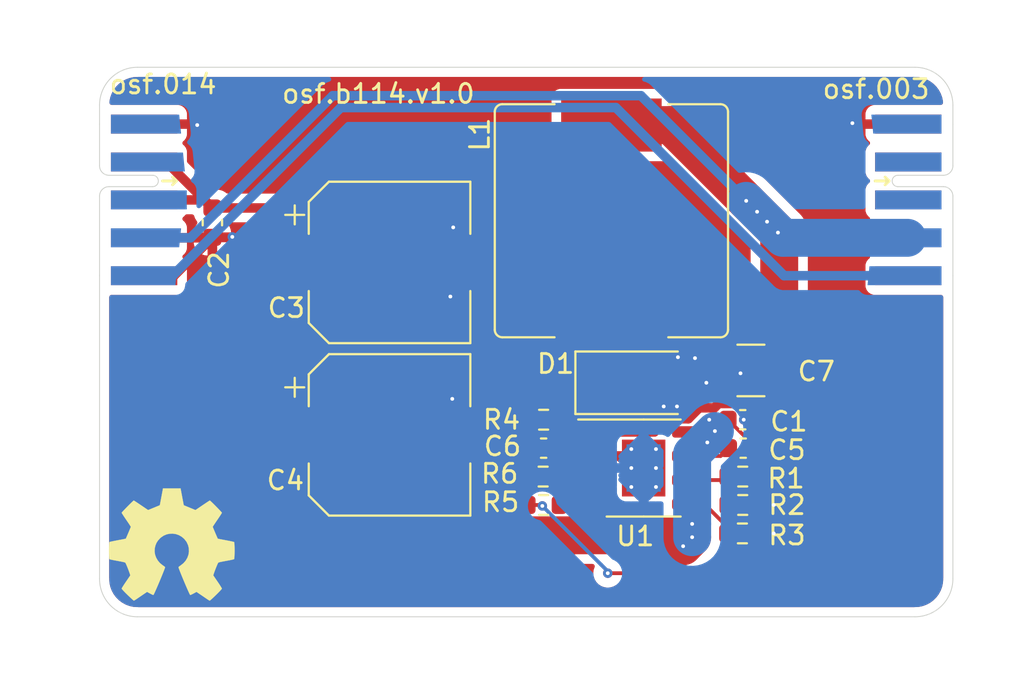
<source format=kicad_pcb>
(kicad_pcb (version 20211014) (generator pcbnew)
  (layers (0 "F.Cu" signal) (31 "B.Cu" signal) (34 "B.Paste" user) (35 "F.Paste" user) (36 "B.SilkS" user "B.Silkscreen") (37 "F.SilkS" user "F.Silkscreen") (38 "B.Mask" user) (39 "F.Mask" user) (44 "Edge.Cuts" user))
  (net 0 "")
  (net 1 "GND")
  (net 2 "/step-down/in")
  (net 3 "Net-(C5-Pad1)")
  (net 4 "Net-(C5-Pad2)")
  (net 5 "Net-(C6-Pad1)")
  (net 6 "Net-(C6-Pad2)")
  (net 7 "/step-down/out")
  (net 9 "Net-(J1-Pad10)")
  (net 17 "Net-(R1-Pad2)")
  (net 18 "Net-(R3-Pad1)")
  (net 19 "Net-(R5-Pad2)")
  (footprint "Capacitor_SMD:CP_Elec_8x10" (layer "F.Cu") (at 155.2925 109.4)
    (fp_text reference "C4" (at -5.4925 2.4) (layer "F.SilkS"))
    (fp_text value "22uF")
    (fp_line (start -5.5 -2.51) (end -4.5 -2.51) (layer "F.SilkS") (width 0.12))
    (fp_line (start -3.195563 -4.26) (end 4.26 -4.26) (layer "F.SilkS") (width 0.12))
    (fp_line (start -4.26 3.195563) (end -4.26 1.51) (layer "F.SilkS") (width 0.12))
    (fp_line (start 4.26 -4.26) (end 4.26 -1.51) (layer "F.SilkS") (width 0.12))
    (fp_line (start -4.26 -3.195563) (end -4.26 -1.51) (layer "F.SilkS") (width 0.12))
    (fp_line (start -3.195563 4.26) (end 4.26 4.26) (layer "F.SilkS") (width 0.12))
    (fp_line (start -4.26 3.195563) (end -3.195563 4.26) (layer "F.SilkS") (width 0.12))
    (fp_line (start 4.26 4.26) (end 4.26 1.51) (layer "F.SilkS") (width 0.12))
    (fp_line (start -5 -3.01) (end -5 -2.01) (layer "F.SilkS") (width 0.12))
    (fp_line (start -4.26 -3.195563) (end -3.195563 -4.26) (layer "F.SilkS") (width 0.12))
    (pad "1" smd roundrect (at -3.25 0) (size 3.5 2.5) (layers "F.Cu" "F.Paste" "F.Mask") (roundrect_rratio 0.1) (net 2 "/step-down/in"))
    (pad "2" smd roundrect (at 3.25 0) (size 3.5 2.5) (layers "F.Cu" "F.Paste" "F.Mask") (roundrect_rratio 0.1) (net 1 "GND"))
  )
  (footprint "Inductor_SMD:L_Bourns_SRR1210A" (layer "F.Cu") (at 166.9925 98.1 90)
    (fp_text reference "L1" (at 4.55 -6.9425 90) (layer "F.SilkS"))
    (fp_text value "33uH")
    (fp_line (start 6.15 3) (end 6.15 5.75) (layer "F.SilkS") (width 0.12))
    (fp_line (start -6.15 3) (end -6.15 5.75) (layer "F.SilkS") (width 0.12))
    (fp_line (start 5.75 6.15) (end -5.75 6.15) (layer "F.SilkS") (width 0.12))
    (fp_line (start 6.15 -5.75) (end 6.15 -3) (layer "F.SilkS") (width 0.12))
    (fp_line (start -6.15 -5.75) (end -6.15 -3) (layer "F.SilkS") (width 0.12))
    (fp_line (start -5.75 -6.15) (end 5.75 -6.15) (layer "F.SilkS") (width 0.12))
    (fp_arc (start 5.75 -6.15) (mid 6.032843 -6.032843) (end 6.15 -5.75) (layer "F.SilkS") (width 0.12))
    (fp_arc (start 6.15 5.75) (mid 6.032843 6.032843) (end 5.75 6.15) (layer "F.SilkS") (width 0.12))
    (fp_arc (start -6.15 -5.75) (mid -6.032843 -6.032843) (end -5.75 -6.15) (layer "F.SilkS") (width 0.12))
    (fp_arc (start -5.75 6.15) (mid -6.032843 6.032843) (end -6.15 5.75) (layer "F.SilkS") (width 0.12))
    (pad "1" smd rect (at -5.05 0 90) (size 2.8 5.3) (layers "F.Cu" "F.Paste" "F.Mask") (net 3 "Net-(C5-Pad1)"))
    (pad "2" smd rect (at 5.05 0 90) (size 2.8 5.3) (layers "F.Cu" "F.Paste" "F.Mask") (net 7 "/step-down/out"))
  )
  (footprint "on_edge:on_edge_2x05_device" (layer "F.Cu") (at 140 97 -90)
    (fp_text reference "J1")
    (fp_text value "014_PoE_controlled")
    (fp_line (start -1 -4.05) (end -1 -3.323) (layer "F.SilkS") (width 0.153))
    (fp_line (start -1.2 -3.85) (end -1 -4.05) (layer "F.SilkS") (width 0.153))
    (fp_line (start -1 -4.05) (end -0.8 -3.85) (layer "F.SilkS") (width 0.153))
    (fp_line (start -1.3 -2.8) (end -1.3 -0.5) (layer "Edge.Cuts") (width 0.05))
    (fp_line (start -4 0) (end -1.8 0) (layer "Edge.Cuts") (width 0.05))
    (fp_line (start -0.2 0) (end 4 0) (layer "Edge.Cuts") (width 0.05))
    (fp_line (start -0.7 -0.5) (end -0.7 -2.8) (layer "Edge.Cuts") (width 0.05))
    (fp_arc (start -1.3 -2.8) (mid -1 -3.1) (end -0.7 -2.8) (layer "Edge.Cuts") (width 0.05))
    (fp_arc (start -1.3 -0.5) (mid -1.446447 -0.146447) (end -1.8 0) (layer "Edge.Cuts") (width 0.05))
    (fp_arc (start -0.2 0) (mid -0.553553 -0.146447) (end -0.7 -0.5) (layer "Edge.Cuts") (width 0.05))
    (pad "1" smd rect (at -4 -2.35 90) (size 1 3.5) (layers "F.Cu" "F.Mask") (net 1 "GND"))
    (pad "2" smd rect (at -2 -2.35 270) (size 1 3.5) (layers "F.Cu" "F.Mask") (net 2 "/step-down/in"))
    (pad "3" smd rect (at 0 -2.35 270) (size 1 3.5) (layers "F.Cu" "F.Mask") (net 2 "/step-down/in"))
    (pad "4" smd rect (at 2 -2.35 90) (size 1 3.5) (layers "F.Cu" "F.Mask") (net 1 "GND"))
    (pad "5" smd rect (at 4 -2.35 90) (size 1 3.5) (layers "F.Cu" "F.Mask") (net 1 "GND"))
    (pad "6" smd custom (at -4 -2.4 270) (size 1 3.6) (layers "B.Cu" "B.Mask") (options (clearance outline) (anchor rect)) (primitives (gr_poly (pts (xy 0.5 -1.8) (xy 0.5 -1.9) (xy -0.5 -1.8)) (width 0) (fill yes))))
    (pad "7" smd custom (at -2 -2.1 270) (size 1 3) (layers "B.Cu" "B.Mask") (options (clearance outline) (anchor rect)) (primitives (gr_poly (pts (xy 0.3 -0.51) (xy 0.31 -0.62) (xy 0.33 -0.7) (xy 0.35 -0.76) (xy 0.37 -0.81) (xy 0.4 -0.86) (xy 0.44 -0.92) (xy 0.48 -0.97) (xy 0.5 -0.99) (xy 0.5 -2.4) (xy -0.5 -2.3) (xy -0.5 1.5) (xy 0.3 1.5)) (width 0) (fill yes))))
    (pad "8" smd rect (at 0 -2.6 270) (size 1 4) (layers "B.Cu" "B.Mask"))
    (pad "9" smd custom (at 2 -2.4 270) (size 1 3.6) (layers "B.Cu" "B.Mask") (net 7 "/step-down/out") (options (clearance outline) (anchor rect)) (primitives (gr_poly (pts (xy -0.5 -1.8) (xy -0.5 -1.9) (xy 0.5 -1.8)) (width 0) (fill yes))))
    (pad "10" smd custom (at 4 -2.3 270) (size 1 3.4) (layers "B.Cu" "B.Mask") (net 9 "Net-(J1-Pad10)") (options (clearance outline) (anchor rect)) (primitives (gr_poly (pts (xy -0.5 -1.7) (xy -0.5 -1.8) (xy 0.5 -1.7)) (width 0) (fill yes))))
    (zone (net 0) (net_name "") (layers F&B.Cu) (connect_pads (clearance 0)) (min_thickness 0.254)
      (keepout (tracks allowed) (vias not_allowed) (pads allowed) (copperpour not_allowed) (footprints not_allowed))
      (fill (thermal_gap 0.508) (thermal_bridge_width 0.508))
      (polygon (pts (xy 140 102) (xy 140 92) (xy 144 92) (xy 144 102)))
    )
  )
  (footprint "Capacitor_SMD:C_1210_3225Metric" (layer "F.Cu") (at 174.35 106 180)
    (fp_text reference "C7" (at -3.45 -0.05) (layer "F.SilkS"))
    (fp_text value "100uF")
    (fp_line (start -0.711252 -1.36) (end 0.711252 -1.36) (layer "F.SilkS") (width 0.12))
    (fp_line (start -0.711252 1.36) (end 0.711252 1.36) (layer "F.SilkS") (width 0.12))
    (pad "1" smd roundrect (at -1.475 0 180) (size 1.15 2.7) (layers "F.Cu" "F.Paste" "F.Mask") (roundrect_rratio 0.217391) (net 7 "/step-down/out"))
    (pad "2" smd roundrect (at 1.475 0 180) (size 1.15 2.7) (layers "F.Cu" "F.Paste" "F.Mask") (roundrect_rratio 0.217391) (net 1 "GND"))
  )
  (footprint "Diode_SMD:D_SMA" (layer "F.Cu") (at 168.4925 106.65)
    (fp_text reference "D1" (at -4.4425 -1) (layer "F.SilkS"))
    (fp_text value "NRVTSA4100ET3G")
    (fp_line (start -3.4 -1.65) (end 2 -1.65) (layer "F.SilkS") (width 0.12))
    (fp_line (start -3.4 1.65) (end 2 1.65) (layer "F.SilkS") (width 0.12))
    (fp_line (start -3.4 -1.65) (end -3.4 1.65) (layer "F.SilkS") (width 0.12))
    (pad "1" smd rect (at -2 0) (size 2.5 1.8) (layers "F.Cu" "F.Paste" "F.Mask") (net 3 "Net-(C5-Pad1)"))
    (pad "2" smd rect (at 2 0) (size 2.5 1.8) (layers "F.Cu" "F.Paste" "F.Mask") (net 1 "GND"))
  )
  (footprint "Resistor_SMD:R_0603_1608Metric" (layer "F.Cu") (at 173.9 114.6)
    (fp_text reference "R3" (at 2.35 0.1) (layer "F.SilkS"))
    (fp_text value "47k")
    (fp_line (start -0.237258 0.5225) (end 0.237258 0.5225) (layer "F.SilkS") (width 0.12))
    (fp_line (start -0.237258 -0.5225) (end 0.237258 -0.5225) (layer "F.SilkS") (width 0.12))
    (pad "1" smd roundrect (at -0.825 0) (size 0.8 0.95) (layers "F.Cu" "F.Paste" "F.Mask") (net 18 "Net-(R3-Pad1)"))
    (pad "2" smd roundrect (at 0.825 0) (size 0.8 0.95) (layers "F.Cu" "F.Paste" "F.Mask") (net 1 "GND"))
  )
  (footprint "on_edge:on_edge_2x05_host" (layer "F.Cu") (at 185 97 -90)
    (fp_text reference "J2")
    (fp_text value "003_power")
    (fp_line (start -1 4.1) (end -1 3.373) (layer "F.SilkS") (width 0.153))
    (fp_line (start -1 3.373) (end -1.2 3.573) (layer "F.SilkS") (width 0.153))
    (fp_line (start -0.8 3.573) (end -1 3.373) (layer "F.SilkS") (width 0.153))
    (fp_line (start -4 0) (end -1.8 0) (layer "Edge.Cuts") (width 0.05))
    (fp_line (start -0.2 0) (end 4 0) (layer "Edge.Cuts") (width 0.05))
    (fp_line (start -1.3 0.5) (end -1.3 2.9) (layer "Edge.Cuts") (width 0.05))
    (fp_line (start -0.7 2.9) (end -0.7 0.5) (layer "Edge.Cuts") (width 0.05))
    (fp_arc (start -0.7 0.5) (mid -0.553553 0.146447) (end -0.2 0) (layer "Edge.Cuts") (width 0.05))
    (fp_arc (start -1.8 0) (mid -1.446447 0.146447) (end -1.3 0.5) (layer "Edge.Cuts") (width 0.05))
    (fp_arc (start -0.7 2.9) (mid -1 3.2) (end -1.3 2.9) (layer "Edge.Cuts") (width 0.05))
    (pad "1" smd rect (at -4 2.35 270) (size 1 3.5) (layers "F.Cu" "F.Mask") (net 1 "GND"))
    (pad "2" smd rect (at -2 2.35 270) (size 1 3.5) (layers "F.Cu" "F.Mask"))
    (pad "3" smd rect (at 0 2.35 270) (size 1 3.5) (layers "F.Cu" "F.Mask"))
    (pad "4" smd rect (at 2 2.35 270) (size 1 3.5) (layers "F.Cu" "F.Mask"))
    (pad "5" smd rect (at 4 2.35 270) (size 1 3.5) (layers "F.Cu" "F.Mask"))
    (pad "6" smd custom (at -4 2.4 90) (size 1 3.6) (layers "B.Cu" "B.Mask") (options (clearance outline) (anchor rect)) (primitives (gr_poly (pts (xy 0.5 -1.8) (xy -0.5 -1.8) (xy 0.5 -1.9)) (width 0) (fill yes))))
    (pad "7" smd rect (at -2 2.35 90) (size 1 3.5) (layers "B.Cu" "B.Mask"))
    (pad "8" smd rect (at 0 2.35 90) (size 1 3.5) (layers "B.Cu" "B.Mask"))
    (pad "9" smd custom (at 2 2.4 90) (size 1 3.6) (layers "B.Cu" "B.Mask") (net 7 "/step-down/out") (options (clearance outline) (anchor rect)) (primitives (gr_poly (pts (xy 0.5 -1.8) (xy -0.5 -1.8) (xy -0.5 -1.9)) (width 0) (fill yes))))
    (pad "10" smd custom (at 4 2.5 90) (size 1 3.8) (layers "B.Cu" "B.Mask") (net 9 "Net-(J1-Pad10)") (options (clearance outline) (anchor rect)) (primitives (gr_poly (pts (xy 0.5 -1.9) (xy -0.5 -1.9) (xy -0.5 -2)) (width 0) (fill yes))))
    (zone (net 0) (net_name "") (layers F&B.Cu) (connect_pads (clearance 0)) (min_thickness 0.254)
      (keepout (tracks allowed) (vias not_allowed) (pads allowed) (copperpour not_allowed) (footprints not_allowed))
      (fill (thermal_gap 0.508) (thermal_bridge_width 0.508))
      (polygon (pts (xy 181 102) (xy 181 92) (xy 185 92) (xy 185 102)))
    )
  )
  (footprint "Symbol:OSHW-Symbol_6.7x6mm_SilkScreen" (layer "F.Cu") (at 143.8 115.2)
    (fp_text reference "LOGO1" hide)
    (fp_text value "Logo_Open_Hardware_Small" hide)
    (fp_poly (pts (xy 0.555814 -2.531069) (xy 0.639635 -2.086445) (xy 0.94892 -1.958947) (xy 1.258206 -1.831449) (xy 1.629246 -2.083754) (xy 1.733157 -2.154004) (xy 1.827087 -2.216728) (xy 1.906652 -2.269062) (xy 1.96747 -2.308143) (xy 2.005157 -2.331107) (xy 2.015421 -2.336058) (xy 2.03391 -2.323324) (xy 2.07342 -2.288118) (xy 2.129522 -2.234938) (xy 2.197787 -2.168282) (xy 2.273786 -2.092646) (xy 2.353092 -2.012528) (xy 2.431275 -1.932426) (xy 2.503907 -1.856836) (xy 2.566559 -1.790255) (xy 2.614803 -1.737182) (xy 2.64421 -1.702113) (xy 2.651241 -1.690377) (xy 2.641123 -1.66874) (xy 2.612759 -1.621338) (xy 2.569129 -1.552807) (xy 2.513218 -1.467785) (xy 2.448006 -1.370907) (xy 2.410219 -1.31565) (xy 2.341343 -1.214752) (xy 2.28014 -1.123701) (xy 2.229578 -1.04703) (xy 2.192628 -0.989272) (xy 2.172258 -0.954957) (xy 2.169197 -0.947746) (xy 2.176136 -0.927252) (xy 2.195051 -0.879487) (xy 2.223087 -0.811168) (xy 2.257391 -0.729011) (xy 2.295109 -0.63973) (xy 2.333387 -0.550042) (xy 2.36937 -0.466662) (xy 2.400206 -0.396306) (xy 2.423039 -0.34569) (xy 2.435017 -0.321529) (xy 2.435724 -0.320578) (xy 2.454531 -0.315964) (xy 2.504618 -0.305672) (xy 2.580793 -0.290713) (xy 2.677865 -0.272099) (xy 2.790643 -0.250841) (xy 2.856442 -0.238582) (xy 2.97695 -0.215638) (xy 3.085797 -0.193805) (xy 3.177476 -0.174278) (xy 3.246481 -0.158252) (xy 3.287304 -0.146921) (xy 3.295511 -0.143326) (xy 3.303548 -0.118994) (xy 3.310033 -0.064041) (xy 3.31497 0.015108) (xy 3.318364 0.112026) (xy 3.320218 0.220287) (xy 3.320538 0.333465) (xy 3.319327 0.445135) (xy 3.31659 0.548868) (xy 3.312331 0.638241) (xy 3.306555 0.706826) (xy 3.299267 0.748197) (xy 3.294895 0.75681) (xy 3.268764 0.767133) (xy 3.213393 0.781892) (xy 3.136107 0.799352) (xy 3.04423 0.81778) (xy 3.012158 0.823741) (xy 2.857524 0.852066) (xy 2.735375 0.874876) (xy 2.641673 0.89308) (xy 2.572384 0.907583) (xy 2.523471 0.919292) (xy 2.490897 0.929115) (xy 2.470628 0.937956) (xy 2.458626 0.946724) (xy 2.456947 0.948457) (xy 2.440184 0.976371) (xy 2.414614 1.030695) (xy 2.382788 1.104777) (xy 2.34726 1.191965) (xy 2.310583 1.285608) (xy 2.275311 1.379052) (xy 2.243996 1.465647) (xy 2.219193 1.53874) (xy 2.203454 1.591678) (xy 2.199332 1.617811) (xy 2.199676 1.618726) (xy 2.213641 1.640086) (xy 2.245322 1.687084) (xy 2.291391 1.754827) (xy 2.348518 1.838423) (xy 2.413373 1.932982) (xy 2.431843 1.959854) (xy 2.497699 2.057275) (xy 2.55565 2.146163) (xy 2.602538 2.221412) (xy 2.635207 2.27792) (xy 2.6505 2.310581) (xy 2.651241 2.314593) (xy 2.638392 2.335684) (xy 2.602888 2.377464) (xy 2.549293 2.435445) (xy 2.482171 2.505135) (xy 2.406087 2.582045) (xy 2.325604 2.661683) (xy 2.245287 2.739561) (xy 2.169699 2.811186) (xy 2.103405 2.87207) (xy 2.050969 2.917721) (xy 2.016955 2.94365) (xy 2.007545 2.947883) (xy 1.985643 2.937912) (xy 1.9408 2.91102) (xy 1.880321 2.871736) (xy 1.833789 2.840117) (xy 1.749475 2.782098) (xy 1.649626 2.713784) (xy 1.549473 2.645579) (xy 1.495627 2.609075) (xy 1.313371 2.4858) (xy 1.160381 2.56852) (xy 1.090682 2.604759) (xy 1.031414 2.632926) (xy 0.991311 2.648991) (xy 0.981103 2.651226) (xy 0.968829 2.634722) (xy 0.944613 2.588082) (xy 0.910263 2.515609) (xy 0.867588 2.421606) (xy 0.818394 2.310374) (xy 0.76449 2.186215) (xy 0.707684 2.053432) (xy 0.649782 1.916327) (xy 0.592593 1.779202) (xy 0.537924 1.646358) (xy 0.487584 1.522098) (xy 0.44338 1.410725) (xy 0.407119 1.316539) (xy 0.380609 1.243844) (xy 0.365658 1.196941) (xy 0.363254 1.180833) (xy 0.382311 1.160286) (xy 0.424036 1.126933) (xy 0.479706 1.087702) (xy 0.484378 1.084599) (xy 0.628264 0.969423) (xy 0.744283 0.835053) (xy 0.83143 0.685784) (xy 0.888699 0.525913) (xy 0.915086 0.359737) (xy 0.909585 0.191552) (xy 0.87119 0.025655) (xy 0.798895 -0.133658) (xy 0.777626 -0.168513) (xy 0.666996 -0.309263) (xy 0.536302 -0.422286) (xy 0.390064 -0.506997) (xy 0.232808 -0.562806) (xy 0.069057 -0.589126) (xy -0.096667 -0.58537) (xy -0.259838 -0.55095) (xy -0.415935 -0.485277) (xy -0.560433 -0.387765) (xy -0.605131 -0.348187) (xy -0.718888 -0.224297) (xy -0.801782 -0.093876) (xy -0.858644 0.052315) (xy -0.890313 0.197088) (xy -0.898131 0.35986) (xy -0.872062 0.52344) (xy -0.814755 0.682298) (xy -0.728856 0.830906) (xy -0.617014 0.963735) (xy -0.481877 1.075256) (xy -0.464117 1.087011) (xy -0.40785 1.125508) (xy -0.365077 1.158863) (xy -0.344628 1.18016) (xy -0.344331 1.180833) (xy -0.348721 1.203871) (xy -0.366124 1.256157) (xy -0.394732 1.33339) (xy -0.432735 1.431268) (xy -0.478326 1.545491) (xy -0.529697 1.671758) (xy -0.585038 1.805767) (xy -0.642542 1.943218) (xy -0.700399 2.079808) (xy -0.756802 2.211237) (xy -0.809942 2.333205) (xy -0.85801 2.441409) (xy -0.899199 2.531549) (xy -0.931699 2.599323) (xy -0.953703 2.64043) (xy -0.962564 2.651226) (xy -0.98964 2.642819) (xy -1.040303 2.620272) (xy -1.105817 2.587613) (xy -1.141841 2.56852) (xy -1.294832 2.4858) (xy -1.477088 2.609075) (xy -1.570125 2.672228) (xy -1.671985 2.741727) (xy -1.767438 2.807165) (xy -1.81525 2.840117) (xy -1.882495 2.885273) (xy -1.939436 2.921057) (xy -1.978646 2.942938) (xy -1.991381 2.947563) (xy -2.009917 2.935085) (xy -2.050941 2.900252) (xy -2.110475 2.846678) (xy -2.184542 2.777983) (xy -2.269165 2.697781) (xy -2.322685 2.646286) (xy -2.416319 2.554286) (xy -2.497241 2.471999) (xy -2.562177 2.402945) (xy -2.607858 2.350644) (xy -2.631011 2.318616) (xy -2.633232 2.312116) (xy -2.622924 2.287394) (xy -2.594439 2.237405) (xy -2.550937 2.167212) (xy -2.495577 2.081875) (xy -2.43152 1.986456) (xy -2.413303 1.959854) (xy -2.346927 1.863167) (xy -2.287378 1.776117) (xy -2.237984 1.703595) (xy -2.202075 1.650493) (xy -2.182981 1.621703) (xy -2.181136 1.618726) (xy -2.183895 1.595782) (xy -2.198538 1.545336) (xy -2.222513 1.474041) (xy -2.253266 1.388547) (xy -2.288244 1.295507) (xy -2.324893 1.201574) (xy -2.360661 1.113399) (xy -2.392994 1.037634) (xy -2.419338 0.980931) (xy -2.437142 0.949943) (xy -2.438407 0.948457) (xy -2.449294 0.939601) (xy -2.467682 0.930843) (xy -2.497606 0.921277) (xy -2.543103 0.909996) (xy -2.608209 0.896093) (xy -2.696961 0.878663) (xy -2.813393 0.856798) (xy -2.961542 0.829591) (xy -2.993618 0.823741) (xy -3.088686 0.805374) (xy -3.171565 0.787405) (xy -3.23493 0.771569) (xy -3.271458 0.7596) (xy -3.276356 0.75681) (xy -3.284427 0.732072) (xy -3.290987 0.67679) (xy -3.296033 0.597389) (xy -3.299559 0.500296) (xy -3.301561 0.391938) (xy -3.302036 0.27874) (xy -3.300977 0.167128) (xy -3.298382 0.063529) (xy -3.294246 -0.025632) (xy -3.288563 -0.093928) (xy -3.281331 -0.134934) (xy -3.276971 -0.143326) (xy -3.252698 -0.151792) (xy -3.197426 -0.165565) (xy -3.116662 -0.18345) (xy -3.015912 -0.204252) (xy -2.900683 -0.226777) (xy -2.837902 -0.238582) (xy -2.718787 -0.260849) (xy -2.612565 -0.281021) (xy -2.524427 -0.298085) (xy -2.459566 -0.311031) (xy -2.423174 -0.318845) (xy -2.417184 -0.320578) (xy -2.407061 -0.34011) (xy -2.385662 -0.387157) (xy -2.355839 -0.454997) (xy -2.320445 -0.536909) (xy -2.282332 -0.626172) (xy -2.244353 -0.716065) (xy -2.20936 -0.799865) (xy -2.180206 -0.870853) (xy -2.159743 -0.922306) (xy -2.150823 -0.947503) (xy -2.150657 -0.948604) (xy -2.160769 -0.968481) (xy -2.189117 -1.014223) (xy -2.232723 -1.081283) (xy -2.288606 -1.165116) (xy -2.353787 -1.261174) (xy -2.391679 -1.31635) (xy -2.460725 -1.417519) (xy -2.52205 -1.50937) (xy -2.572663 -1.587256) (xy -2.609571 -1.646531) (xy -2.629782 -1.682549) (xy -2.632701 -1.690623) (xy -2.620153 -1.709416) (xy -2.585463 -1.749543) (xy -2.533063 -1.806507) (xy -2.467384 -1.875815) (xy -2.392856 -1.952969) (xy -2.313913 -2.033475) (xy -2.234983 -2.112837) (xy -2.1605 -2.18656) (xy -2.094894 -2.250148) (xy -2.042596 -2.299106) (xy -2.008039 -2.328939) (xy -1.996478 -2.336058) (xy -1.977654 -2.326047) (xy -1.932631 -2.297922) (xy -1.865787 -2.254546) (xy -1.781499 -2.198782) (xy -1.684144 -2.133494) (xy -1.610707 -2.083754) (xy -1.239667 -1.831449) (xy -0.621095 -2.086445) (xy -0.537275 -2.531069) (xy -0.453454 -2.975693) (xy 0.471994 -2.975693) (xy 0.555814 -2.531069)) (layer "F.SilkS") (width 0.01) (fill solid))
  )
  (footprint "Resistor_SMD:R_0603_1608Metric" (layer "F.Cu") (at 163.4175 108.6)
    (fp_text reference "R4" (at -2.2175 0) (layer "F.SilkS"))
    (fp_text value "10k")
    (fp_line (start -0.237258 0.5225) (end 0.237258 0.5225) (layer "F.SilkS") (width 0.12))
    (fp_line (start -0.237258 -0.5225) (end 0.237258 -0.5225) (layer "F.SilkS") (width 0.12))
    (pad "1" smd roundrect (at -0.825 0) (size 0.8 0.95) (layers "F.Cu" "F.Paste" "F.Mask") (net 6 "Net-(C6-Pad2)"))
    (pad "2" smd roundrect (at 0.825 0) (size 0.8 0.95) (layers "F.Cu" "F.Paste" "F.Mask") (net 1 "GND"))
  )
  (footprint "Resistor_SMD:R_0603_1608Metric" (layer "F.Cu") (at 173.9175 111.6 180)
    (fp_text reference "R1" (at -2.2825 -0.1) (layer "F.SilkS"))
    (fp_text value "510k")
    (fp_line (start -0.237258 0.5225) (end 0.237258 0.5225) (layer "F.SilkS") (width 0.12))
    (fp_line (start -0.237258 -0.5225) (end 0.237258 -0.5225) (layer "F.SilkS") (width 0.12))
    (pad "1" smd roundrect (at -0.825 0 180) (size 0.8 0.95) (layers "F.Cu" "F.Paste" "F.Mask") (net 2 "/step-down/in"))
    (pad "2" smd roundrect (at 0.825 0 180) (size 0.8 0.95) (layers "F.Cu" "F.Paste" "F.Mask") (net 17 "Net-(R1-Pad2)"))
  )
  (footprint "Package_SO:SOIC-8-1EP_3.9x4.9mm_P1.27mm_EP2.29x3mm_ThermalVias" (layer "F.Cu") (at 168.6925 111.15)
    (fp_text reference "U1" (at -0.4425 3.6) (layer "F.SilkS"))
    (fp_text value "BD9G341AEFJ-E2")
    (fp_line (start 0 -2.56) (end 1.95 -2.56) (layer "F.SilkS") (width 0.12))
    (fp_line (start 0 2.56) (end -1.95 2.56) (layer "F.SilkS") (width 0.12))
    (fp_line (start 0 -2.56) (end -3.45 -2.56) (layer "F.SilkS") (width 0.12))
    (fp_line (start 0 2.56) (end 1.95 2.56) (layer "F.SilkS") (width 0.12))
    (pad "1" smd roundrect (at -2.475 -1.905) (size 1.95 0.6) (layers "F.Cu" "F.Paste" "F.Mask") (net 3 "Net-(C5-Pad1)"))
    (pad "2" smd roundrect (at -2.475 -0.635) (size 1.95 0.6) (layers "F.Cu" "F.Paste" "F.Mask") (net 1 "GND"))
    (pad "3" smd roundrect (at -2.475 0.635) (size 1.95 0.6) (layers "F.Cu" "F.Paste" "F.Mask") (net 5 "Net-(C6-Pad1)"))
    (pad "4" smd roundrect (at -2.475 1.905) (size 1.95 0.6) (layers "F.Cu" "F.Paste" "F.Mask") (net 19 "Net-(R5-Pad2)"))
    (pad "5" smd roundrect (at 2.475 1.905) (size 1.95 0.6) (layers "F.Cu" "F.Paste" "F.Mask") (net 18 "Net-(R3-Pad1)"))
    (pad "6" smd roundrect (at 2.475 0.635) (size 1.95 0.6) (layers "F.Cu" "F.Paste" "F.Mask") (net 17 "Net-(R1-Pad2)"))
    (pad "7" smd roundrect (at 2.475 -0.635) (size 1.95 0.6) (layers "F.Cu" "F.Paste" "F.Mask") (net 4 "Net-(C5-Pad2)"))
    (pad "8" smd roundrect (at 2.475 -1.905) (size 1.95 0.6) (layers "F.Cu" "F.Paste" "F.Mask") (net 2 "/step-down/in"))
    (pad "9" smd rect (at 0 0) (size 2.29 3) (layers "F.Cu" "F.Mask") (net 1 "GND"))
    (pad "9" thru_hole circle (at -0.65 0) (size 0.5 0.5) (drill 0.2) (layers *.Cu) (net 1 "GND"))
    (pad "9" thru_hole circle (at 0.65 -1) (size 0.5 0.5) (drill 0.2) (layers *.Cu) (net 1 "GND"))
    (pad "9" thru_hole circle (at 0.65 1) (size 0.5 0.5) (drill 0.2) (layers *.Cu) (net 1 "GND"))
    (pad "9" smd rect (at 0 0) (size 1.8 2.5) (layers "B.Cu") (net 1 "GND"))
    (pad "9" thru_hole circle (at 0.65 0) (size 0.5 0.5) (drill 0.2) (layers *.Cu) (net 1 "GND"))
    (pad "9" thru_hole circle (at -0.65 -1) (size 0.5 0.5) (drill 0.2) (layers *.Cu) (net 1 "GND"))
    (pad "9" thru_hole circle (at -0.65 1) (size 0.5 0.5) (drill 0.2) (layers *.Cu) (net 1 "GND"))
  )
  (footprint "Resistor_SMD:R_0603_1608Metric" (layer "F.Cu") (at 163.3925 111.6 180)
    (fp_text reference "R6" (at 2.2925 0.15) (layer "F.SilkS"))
    (fp_text value "1k")
    (fp_line (start -0.237258 -0.5225) (end 0.237258 -0.5225) (layer "F.SilkS") (width 0.12))
    (fp_line (start -0.237258 0.5225) (end 0.237258 0.5225) (layer "F.SilkS") (width 0.12))
    (pad "1" smd roundrect (at -0.825 0 180) (size 0.8 0.95) (layers "F.Cu" "F.Paste" "F.Mask") (net 19 "Net-(R5-Pad2)"))
    (pad "2" smd roundrect (at 0.825 0 180) (size 0.8 0.95) (layers "F.Cu" "F.Paste" "F.Mask") (net 1 "GND"))
  )
  (footprint "Capacitor_SMD:C_0603_1608Metric" (layer "F.Cu") (at 163.4175 110.1 180)
    (fp_text reference "C6" (at 2.1675 0.1) (layer "F.SilkS"))
    (fp_text value "6.8nF")
    (fp_line (start -0.14058 0.51) (end 0.14058 0.51) (layer "F.SilkS") (width 0.12))
    (fp_line (start -0.14058 -0.51) (end 0.14058 -0.51) (layer "F.SilkS") (width 0.12))
    (pad "1" smd roundrect (at -0.775 0 180) (size 0.9 0.95) (layers "F.Cu" "F.Paste" "F.Mask") (net 5 "Net-(C6-Pad1)"))
    (pad "2" smd roundrect (at 0.775 0 180) (size 0.9 0.95) (layers "F.Cu" "F.Paste" "F.Mask") (net 6 "Net-(C6-Pad2)"))
  )
  (footprint "Capacitor_SMD:C_0603_1608Metric" (layer "F.Cu") (at 145.95 98.2 90)
    (fp_text reference "C2" (at -2.5 0.35 90) (layer "F.SilkS"))
    (fp_text value "100nF")
    (fp_line (start -0.14058 0.51) (end 0.14058 0.51) (layer "F.SilkS") (width 0.12))
    (fp_line (start -0.14058 -0.51) (end 0.14058 -0.51) (layer "F.SilkS") (width 0.12))
    (pad "1" smd roundrect (at -0.775 0 90) (size 0.9 0.95) (layers "F.Cu" "F.Paste" "F.Mask") (net 1 "GND"))
    (pad "2" smd roundrect (at 0.775 0 90) (size 0.9 0.95) (layers "F.Cu" "F.Paste" "F.Mask") (net 2 "/step-down/in"))
  )
  (footprint "Resistor_SMD:R_0603_1608Metric" (layer "F.Cu") (at 163.4175 113.1)
    (fp_text reference "R5" (at -2.2675 -0.15) (layer "F.SilkS"))
    (fp_text value "2.3k")
    (fp_line (start -0.237258 -0.5225) (end 0.237258 -0.5225) (layer "F.SilkS") (width 0.12))
    (fp_line (start -0.237258 0.5225) (end 0.237258 0.5225) (layer "F.SilkS") (width 0.12))
    (pad "1" smd roundrect (at -0.825 0) (size 0.8 0.95) (layers "F.Cu" "F.Paste" "F.Mask") (net 7 "/step-down/out"))
    (pad "2" smd roundrect (at 0.825 0) (size 0.8 0.95) (layers "F.Cu" "F.Paste" "F.Mask") (net 19 "Net-(R5-Pad2)"))
  )
  (footprint "Capacitor_SMD:CP_Elec_8x10" (layer "F.Cu") (at 155.2925 100.3)
    (fp_text reference "C3" (at -5.4425 2.4) (layer "F.SilkS"))
    (fp_text value "22uF")
    (fp_line (start -4.26 3.195563) (end -3.195563 4.26) (layer "F.SilkS") (width 0.12))
    (fp_line (start -4.26 -3.195563) (end -3.195563 -4.26) (layer "F.SilkS") (width 0.12))
    (fp_line (start -3.195563 -4.26) (end 4.26 -4.26) (layer "F.SilkS") (width 0.12))
    (fp_line (start -3.195563 4.26) (end 4.26 4.26) (layer "F.SilkS") (width 0.12))
    (fp_line (start 4.26 4.26) (end 4.26 1.51) (layer "F.SilkS") (width 0.12))
    (fp_line (start -5 -3.01) (end -5 -2.01) (layer "F.SilkS") (width 0.12))
    (fp_line (start 4.26 -4.26) (end 4.26 -1.51) (layer "F.SilkS") (width 0.12))
    (fp_line (start -4.26 -3.195563) (end -4.26 -1.51) (layer "F.SilkS") (width 0.12))
    (fp_line (start -5.5 -2.51) (end -4.5 -2.51) (layer "F.SilkS") (width 0.12))
    (fp_line (start -4.26 3.195563) (end -4.26 1.51) (layer "F.SilkS") (width 0.12))
    (pad "1" smd roundrect (at -3.25 0) (size 3.5 2.5) (layers "F.Cu" "F.Paste" "F.Mask") (roundrect_rratio 0.1) (net 2 "/step-down/in"))
    (pad "2" smd roundrect (at 3.25 0) (size 3.5 2.5) (layers "F.Cu" "F.Paste" "F.Mask") (roundrect_rratio 0.1) (net 1 "GND"))
  )
  (footprint "Capacitor_SMD:C_0603_1608Metric" (layer "F.Cu") (at 173.9175 108.6 180)
    (fp_text reference "C1" (at -2.4325 -0.1) (layer "F.SilkS"))
    (fp_text value "100nF")
    (fp_line (start -0.14058 0.51) (end 0.14058 0.51) (layer "F.SilkS") (width 0.12))
    (fp_line (start -0.14058 -0.51) (end 0.14058 -0.51) (layer "F.SilkS") (width 0.12))
    (pad "1" smd roundrect (at -0.775 0 180) (size 0.9 0.95) (layers "F.Cu" "F.Paste" "F.Mask") (net 1 "GND"))
    (pad "2" smd roundrect (at 0.775 0 180) (size 0.9 0.95) (layers "F.Cu" "F.Paste" "F.Mask") (net 2 "/step-down/in"))
  )
  (footprint "Resistor_SMD:R_0603_1608Metric" (layer "F.Cu") (at 173.9175 113.1)
    (fp_text reference "R2" (at 2.3325 0) (layer "F.SilkS"))
    (fp_text value "100k")
    (fp_line (start -0.237258 -0.5225) (end 0.237258 -0.5225) (layer "F.SilkS") (width 0.12))
    (fp_line (start -0.237258 0.5225) (end 0.237258 0.5225) (layer "F.SilkS") (width 0.12))
    (pad "1" smd roundrect (at -0.825 0) (size 0.8 0.95) (layers "F.Cu" "F.Paste" "F.Mask") (net 17 "Net-(R1-Pad2)"))
    (pad "2" smd roundrect (at 0.825 0) (size 0.8 0.95) (layers "F.Cu" "F.Paste" "F.Mask") (net 1 "GND"))
  )
  (footprint "Capacitor_SMD:C_0603_1608Metric" (layer "F.Cu") (at 173.9425 110.1 180)
    (fp_text reference "C5" (at -2.3075 -0.1) (layer "F.SilkS"))
    (fp_text value "100nF")
    (fp_line (start -0.14058 0.51) (end 0.14058 0.51) (layer "F.SilkS") (width 0.12))
    (fp_line (start -0.14058 -0.51) (end 0.14058 -0.51) (layer "F.SilkS") (width 0.12))
    (pad "1" smd roundrect (at -0.775 0 180) (size 0.9 0.95) (layers "F.Cu" "F.Paste" "F.Mask") (net 3 "Net-(C5-Pad1)"))
    (pad "2" smd roundrect (at 0.775 0 180) (size 0.9 0.95) (layers "F.Cu" "F.Paste" "F.Mask") (net 4 "Net-(C5-Pad2)"))
  )
  (gr_line (start 183 119) (end 142 119) (layer "Edge.Cuts") (width 0.05))
  (gr_line (start 185 93) (end 185 92) (layer "Edge.Cuts") (width 0.05))
  (gr_line (start 140 93) (end 140 92) (layer "Edge.Cuts") (width 0.05))
  (gr_arc (start 185 117) (mid 184.414214 118.414214) (end 183 119) (layer "Edge.Cuts") (width 0.05))
  (gr_arc (start 183 90) (mid 184.414214 90.585786) (end 185 92) (layer "Edge.Cuts") (width 0.05))
  (gr_arc (start 142 119) (mid 140.585786 118.414214) (end 140 117) (layer "Edge.Cuts") (width 0.05))
  (gr_line (start 140 117) (end 140 101) (layer "Edge.Cuts") (width 0.05))
  (gr_arc (start 140 92) (mid 140.585786 90.585786) (end 142 90) (layer "Edge.Cuts") (width 0.05))
  (gr_line (start 142 90) (end 183 90) (layer "Edge.Cuts") (width 0.05))
  (gr_line (start 185 117) (end 185 101) (layer "Edge.Cuts") (width 0.05))
  (gr_text "osf.003" (at 180.95 91.15) (layer "F.SilkS") (effects (font (size 1 1))))
  (gr_text "osf.014" (at 143.35 90.9) (layer "F.SilkS") (effects (font (size 1 1))))
  (gr_text "osf.b114.v1.0" (at 154.7 91.4) (layer "F.SilkS") (effects (font (size 1 1))))
  (segment (start 142.35 99) (end 145.925 99) (width 0.5) (layer "F.Cu") (net 1))
  (segment (start 170.4925 105.3075) (end 170.5 105.3) (width 0.5) (layer "F.Cu") (net 1))
  (segment (start 146.975 98.975) (end 147 98.95) (width 0.5) (layer "F.Cu") (net 1))
  (segment (start 172.8925 106.15) (end 173.8 106.15) (width 0.5) (layer "F.Cu") (net 1))
  (segment (start 145.925 99) (end 145.95 98.975) (width 0.5) (layer "F.Cu") (net 1))
  (segment (start 158.5425 100.3) (end 158.5425 98.5575) (width 0.5) (layer "F.Cu") (net 1))
  (segment (start 170.4925 107.8575) (end 170.45 107.9) (width 0.5) (layer "F.Cu") (net 1))
  (segment (start 170.4925 106.65) (end 170.4925 106.2575) (width 0.5) (layer "F.Cu") (net 1))
  (segment (start 179.75 93) (end 179.7 92.95) (width 0.5) (layer "F.Cu") (net 1))
  (segment (start 158.5425 107.5575) (end 158.6 107.5) (width 0.5) (layer "F.Cu") (net 1))
  (segment (start 170.4925 106.65) (end 170.4925 105.3075) (width 0.5) (layer "F.Cu") (net 1))
  (segment (start 143.925 101) (end 145.95 98.975) (width 0.5) (layer "F.Cu") (net 1))
  (segment (start 174.725 114.6) (end 175.55 114.6) (width 0.2) (layer "F.Cu") (net 1))
  (segment (start 158.5425 109.4) (end 158.5425 107.5575) (width 0.5) (layer "F.Cu") (net 1))
  (segment (start 145.1 93) (end 145.15 93.05) (width 0.5) (layer "F.Cu") (net 1))
  (segment (start 142.35 93) (end 145.1 93) (width 0.5) (layer "F.Cu") (net 1))
  (segment (start 170.4925 106.65) (end 170.4925 107.8575) (width 0.5) (layer "F.Cu") (net 1))
  (segment (start 158.5425 100.3) (end 158.5425 102.0575) (width 0.5) (layer "F.Cu") (net 1))
  (segment (start 170.4925 106.65) (end 172 106.65) (width 0.5) (layer "F.Cu") (net 1))
  (segment (start 158.5425 98.5575) (end 158.65 98.45) (width 0.5) (layer "F.Cu") (net 1))
  (segment (start 158.5425 102.0575) (end 158.5 102.1) (width 0.5) (layer "F.Cu") (net 1))
  (segment (start 145.95 98.975) (end 146.975 98.975) (width 0.5) (layer "F.Cu") (net 1))
  (segment (start 170.4925 107.1575) (end 169.75 107.9) (width 0.5) (layer "F.Cu") (net 1))
  (segment (start 172.3925 106.65) (end 172.8925 106.15) (width 0.5) (layer "F.Cu") (net 1))
  (segment (start 182.65 93) (end 179.75 93) (width 0.5) (layer "F.Cu") (net 1))
  (segment (start 170.4925 106.2575) (end 171.4 105.35) (width 0.5) (layer "F.Cu") (net 1))
  (segment (start 142.35 101) (end 143.925 101) (width 0.5) (layer "F.Cu") (net 1))
  (segment (start 172 106.65) (end 172.3925 106.65) (width 0.5) (layer "F.Cu") (net 1))
  (segment (start 170.4925 106.65) (end 170.4925 107.1575) (width 0.5) (layer "F.Cu") (net 1))
  (segment (start 173.969 108.6) (end 174.6925 108.6) (width 0.5) (layer "F.Cu") (net 1))
  (segment (start 174.7425 113.1) (end 175.55 113.1) (width 0.2) (layer "F.Cu") (net 1))
  (via (at 171.4 105.35) (size 0.5) (drill 0.2) (layers "F.Cu" "B.Cu") (net 1))
  (via (at 170.45 107.9) (size 0.5) (drill 0.2) (layers "F.Cu" "B.Cu") (net 1))
  (via (at 172 106.65) (size 0.5) (drill 0.2) (layers "F.Cu" "B.Cu") (net 1))
  (via (at 158.65 98.45) (size 0.5) (drill 0.2) (layers "F.Cu" "B.Cu") (net 1))
  (via (at 158.5 102.1) (size 0.5) (drill 0.2) (layers "F.Cu" "B.Cu") (net 1))
  (via (at 147 98.95) (size 0.5) (drill 0.2) (layers "F.Cu" "B.Cu") (net 1))
  (via (at 175.55 113.1) (size 0.5) (drill 0.2) (layers "F.Cu" "B.Cu") (net 1))
  (via (at 173.969 108.6) (size 0.5) (drill 0.2) (layers "F.Cu" "B.Cu") (net 1))
  (via (at 170.5 105.3) (size 0.5) (drill 0.2) (layers "F.Cu" "B.Cu") (net 1))
  (via (at 169.75 107.9) (size 0.5) (drill 0.2) (layers "F.Cu" "B.Cu") (net 1))
  (via (at 158.6 107.5) (size 0.5) (drill 0.2) (layers "F.Cu" "B.Cu") (net 1))
  (via (at 173.8 106.15) (size 0.5) (drill 0.2) (layers "F.Cu" "B.Cu") (net 1))
  (via (at 145.15 93.05) (size 0.5) (drill 0.2) (layers "F.Cu" "B.Cu") (net 1))
  (via (at 179.7 92.95) (size 0.5) (drill 0.2) (layers "F.Cu" "B.Cu") (net 1))
  (via (at 175.55 114.6) (size 0.5) (drill 0.2) (layers "F.Cu" "B.Cu") (net 1))
  (segment (start 173.1425 108.6) (end 173.05 108.6) (width 0.5) (layer "F.Cu") (net 2))
  (segment (start 172.15 108.85) (end 171.755 109.245) (width 0.5) (layer "F.Cu") (net 2))
  (segment (start 172.05 109.8) (end 172.05 109.6) (width 0.5) (layer "F.Cu") (net 2))
  (segment (start 164.994161 114.7) (end 170.2 114.7) (width 2) (layer "F.Cu") (net 2))
  (segment (start 152.0425 112.1425) (end 154.602 114.702) (width 2) (layer "F.Cu") (net 2))
  (segment (start 143.525 95) (end 145.95 97.425) (width 0.5) (layer "F.Cu") (net 2))
  (segment (start 173.05 108.6) (end 172.45 109.2) (width 0.5) (layer "F.Cu") (net 2))
  (segment (start 172.405 109.245) (end 172.45 109.2) (width 0.5) (layer "F.Cu") (net 2))
  (segment (start 170.2 114.7) (end 170.775 115.275) (width 2) (layer "F.Cu") (net 2))
  (segment (start 174.0405 110.898) (end 174.0405 109.498) (width 0.2) (layer "F.Cu") (net 2))
  (segment (start 174.7425 111.6) (end 174.0405 110.898) (width 0.2) (layer "F.Cu") (net 2))
  (segment (start 174.0405 109.498) (end 173.1425 108.6) (width 0.2) (layer "F.Cu") (net 2))
  (segment (start 171.1675 109.245) (end 172.405 109.245) (width 0.5) (layer "F.Cu") (net 2))
  (segment (start 164.992161 114.702) (end 164.994161 114.7) (width 2) (layer "F.Cu") (net 2))
  (segment (start 154.602 114.702) (end 164.992161 114.702) (width 2) (layer "F.Cu") (net 2))
  (segment (start 171.755 109.245) (end 171.1675 109.245) (width 0.5) (layer "F.Cu") (net 2))
  (segment (start 152.0425 109.4) (end 152.0425 112.1425) (width 2) (layer "F.Cu") (net 2))
  (segment (start 149.1675 97.425) (end 152.0425 100.3) (width 0.5) (layer "F.Cu") (net 2))
  (segment (start 142.35 95) (end 143.525 95) (width 0.5) (layer "F.Cu") (net 2))
  (segment (start 142.35 97) (end 145.525 97) (width 0.5) (layer "F.Cu") (net 2))
  (segment (start 172.15 108.6) (end 172.15 108.85) (width 0.5) (layer "F.Cu") (net 2))
  (segment (start 170.775 115.275) (end 171.25 114.8) (width 2) (layer "F.Cu") (net 2))
  (segment (start 172.05 109.6) (end 172.405 109.245) (width 0.5) (layer "F.Cu") (net 2))
  (segment (start 145.95 97.425) (end 149.1675 97.425) (width 0.5) (layer "F.Cu") (net 2))
  (segment (start 152.0425 100.3) (end 152.0425 109.4) (width 2) (layer "F.Cu") (net 2))
  (segment (start 145.525 97) (end 145.95 97.425) (width 0.5) (layer "F.Cu") (net 2))
  (via (at 172.15 108.6) (size 0.5) (drill 0.2) (layers "F.Cu" "B.Cu") (net 2))
  (via (at 172.05 109.8) (size 0.5) (drill 0.2) (layers "F.Cu" "B.Cu") (net 2))
  (via (at 171.25 114.8) (size 0.5) (drill 0.2) (layers "F.Cu" "B.Cu") (net 2))
  (via (at 172.45 109.2) (size 0.5) (drill 0.2) (layers "F.Cu" "B.Cu") (net 2))
  (via (at 171.25 114.1) (size 0.5) (drill 0.2) (layers "F.Cu" "B.Cu") (net 2))
  (via (at 170.775 115.275) (size 0.5) (drill 0.2) (layers "F.Cu" "B.Cu") (net 2))
  (segment (start 171.925 109.725) (end 172.45 109.2) (width 2) (layer "B.Cu") (net 2))
  (segment (start 171.25 114.8) (end 171.25 114.1) (width 2) (layer "B.Cu") (net 2))
  (segment (start 171.25 114.1) (end 171.25 110.4) (width 2) (layer "B.Cu") (net 2))
  (segment (start 171.25 110.4) (end 171.925 109.725) (width 2) (layer "B.Cu") (net 2))
  (segment (start 175.166857 107.748) (end 175.8 108.381143) (width 0.5) (layer "F.Cu") (net 3))
  (segment (start 175.05 110.1) (end 174.7175 110.1) (width 0.5) (layer "F.Cu") (net 3))
  (segment (start 175.8 108.381143) (end 175.8 109.35) (width 0.5) (layer "F.Cu") (net 3))
  (segment (start 166.2175 106.925) (end 166.4925 106.65) (width 1) (layer "F.Cu") (net 3))
  (segment (start 169.255 109.245) (end 169.95 108.55) (width 0.5) (layer "F.Cu") (net 3))
  (segment (start 172.423 107.973) (end 172.648 107.748) (width 0.5) (layer "F.Cu") (net 3))
  (segment (start 166.9925 106.15) (end 166.4925 106.65) (width 1) (layer "F.Cu") (net 3))
  (segment (start 172.648 107.748) (end 175.166857 107.748) (width 0.5) (layer "F.Cu") (net 3))
  (segment (start 166.2175 109.245) (end 169.255 109.245) (width 0.5) (layer "F.Cu") (net 3))
  (segment (start 166.2175 109.245) (end 166.2175 106.925) (width 1) (layer "F.Cu") (net 3))
  (segment (start 175.8 109.35) (end 175.05 110.1) (width 0.5) (layer "F.Cu") (net 3))
  (segment (start 171.627 107.973) (end 172.423 107.973) (width 0.5) (layer "F.Cu") (net 3))
  (segment (start 166.9925 103.15) (end 166.9925 106.15) (width 1) (layer "F.Cu") (net 3))
  (segment (start 169.95 108.55) (end 171.05 108.55) (width 0.5) (layer "F.Cu") (net 3))
  (segment (start 171.05 108.55) (end 171.627 107.973) (width 0.5) (layer "F.Cu") (net 3))
  (segment (start 171.1675 110.515) (end 172.7525 110.515) (width 0.2) (layer "F.Cu") (net 4))
  (segment (start 172.7525 110.515) (end 173.1675 110.1) (width 0.2) (layer "F.Cu") (net 4))
  (segment (start 166.2175 111.785) (end 165.8775 111.785) (width 0.2) (layer "F.Cu") (net 5))
  (segment (start 165.8775 111.785) (end 164.1925 110.1) (width 0.2) (layer "F.Cu") (net 5))
  (segment (start 162.6425 110.1) (end 162.6425 108.65) (width 0.2) (layer "F.Cu") (net 6))
  (segment (start 162.6425 108.65) (end 162.5925 108.6) (width 0.2) (layer "F.Cu") (net 6))
  (segment (start 166.9925 93.05) (end 170.1 93.05) (width 2) (layer "F.Cu") (net 7))
  (segment (start 174.55 116.7) (end 176.3 114.95) (width 0.2) (layer "F.Cu") (net 7))
  (segment (start 176.3 106.6075) (end 175.8425 106.15) (width 0.2) (layer "F.Cu") (net 7))
  (segment (start 170.1 93.05) (end 174.1 97.05) (width 2) (layer "F.Cu") (net 7))
  (segment (start 175.8425 98.7925) (end 175.8425 106.15) (width 2) (layer "F.Cu") (net 7))
  (segment (start 163.3 113.1) (end 163.35 113.15) (width 0.2) (layer "F.Cu") (net 7))
  (segment (start 176.3 114.95) (end 176.3 106.6075) (width 0.2) (layer "F.Cu") (net 7))
  (segment (start 162.5925 113.1) (end 163.3 113.1) (width 0.2) (layer "F.Cu") (net 7))
  (segment (start 166.8 116.7) (end 174.55 116.7) (width 0.2) (layer "F.Cu") (net 7))
  (segment (start 174.1 97.05) (end 175.8425 98.7925) (width 2) (layer "F.Cu") (net 7))
  (via (at 166.8 116.7) (size 0.5) (drill 0.2) (layers "F.Cu" "B.Cu") (net 7))
  (via (at 174.675 97.625) (size 0.5) (drill 0.2) (layers "F.Cu" "B.Cu") (net 7))
  (via (at 175.775 98.725) (size 0.5) (drill 0.2) (layers "F.Cu" "B.Cu") (net 7))
  (via (at 174.1 97.05) (size 0.5) (drill 0.2) (layers "F.Cu" "B.Cu") (net 7))
  (via (at 163.35 113.15) (size 0.5) (drill 0.2) (layers "F.Cu" "B.Cu") (net 7))
  (via (at 175.2 98.15) (size 0.5) (drill 0.2) (layers "F.Cu" "B.Cu") (net 7))
  (segment (start 142.4 99) (end 144.8 99) (width 0.5) (layer "B.Cu") (net 7))
  (segment (start 168.55 91.5) (end 174.1 97.05) (width 0.5) (layer "B.Cu") (net 7))
  (segment (start 144.8 99) (end 152.3 91.5) (width 0.5) (layer "B.Cu") (net 7))
  (segment (start 152.3 91.5) (end 168.55 91.5) (width 0.5) (layer "B.Cu") (net 7))
  (segment (start 166.45 116.25) (end 166.8 116.6) (width 0.2) (layer "B.Cu") (net 7))
  (segment (start 175.775 98.725) (end 175.2 98.15) (width 2) (layer "B.Cu") (net 7))
  (segment (start 166.8 116.6) (end 166.8 116.7) (width 0.2) (layer "B.Cu") (net 7))
  (segment (start 163.35 113.15) (end 166.45 116.25) (width 0.2) (layer "B.Cu") (net 7))
  (segment (start 174.675 97.625) (end 174.1 97.05) (width 2) (layer "B.Cu") (net 7))
  (segment (start 176.05 99) (end 175.775 98.725) (width 2) (layer "B.Cu") (net 7))
  (segment (start 182.6 99) (end 176.05 99) (width 2) (layer "B.Cu") (net 7))
  (segment (start 175.2 98.15) (end 174.675 97.625) (width 2) (layer "B.Cu") (net 7))
  (segment (start 142.3 101) (end 143.85 101) (width 0.5) (layer "B.Cu") (net 9))
  (segment (start 143.85 101) (end 152.723 92.127) (width 0.5) (layer "B.Cu") (net 9))
  (segment (start 176.1 101) (end 182.5 101) (width 0.5) (layer "B.Cu") (net 9))
  (segment (start 152.723 92.127) (end 167.227 92.127) (width 0.5) (layer "B.Cu") (net 9))
  (segment (start 167.227 92.127) (end 176.1 101) (width 0.5) (layer "B.Cu") (net 9))
  (segment (start 171.1675 111.785) (end 172.9075 111.785) (width 0.2) (layer "F.Cu") (net 17))
  (segment (start 173.0925 113.1) (end 173.0925 111.6) (width 0.2) (layer "F.Cu") (net 17))
  (segment (start 172.9075 111.785) (end 173.0925 111.6) (width 0.2) (layer "F.Cu") (net 17))
  (segment (start 173.075 114.225) (end 173.075 114.6) (width 0.2) (layer "F.Cu") (net 18))
  (segment (start 171.1675 113.055) (end 171.905 113.055) (width 0.2) (layer "F.Cu") (net 18))
  (segment (start 171.905 113.055) (end 173.075 114.225) (width 0.2) (layer "F.Cu") (net 18))
  (segment (start 164.2875 113.055) (end 164.2425 113.1) (width 0.2) (layer "F.Cu") (net 19))
  (segment (start 166.2175 113.055) (end 164.2875 113.055) (width 0.2) (layer "F.Cu") (net 19))
  (segment (start 164.2175 113.075) (end 164.2425 113.1) (width 0.2) (layer "F.Cu") (net 19))
  (segment (start 164.2175 111.6) (end 164.2175 113.075) (width 0.2) (layer "F.Cu") (net 19))
  (zone (net 1) (net_name "GND") (layers F&B.Cu) (connect_pads (clearance 0.508)) (min_thickness 0.254) (fill yes (thermal_gap 0.508) (thermal_bridge_width 0.508))
    (polygon (pts (xy 186.55 122.15) (xy 136.65 122.05) (xy 134.75 86.45) (xy 186.3 86.45)))
  )
)
</source>
